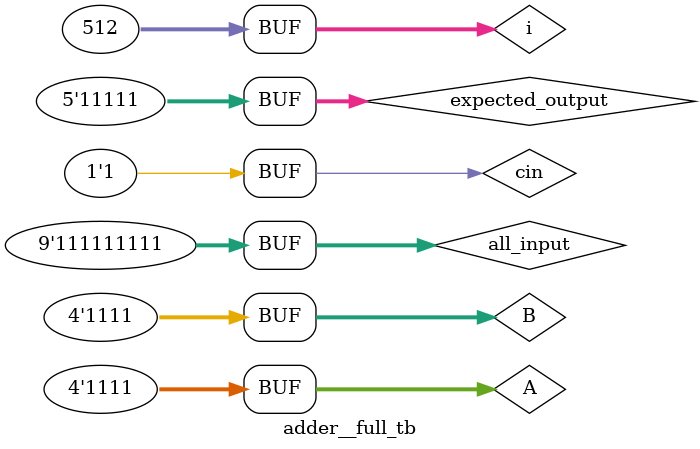
<source format=v>


module adder__full_tb;
wire [3:0] A, B;
wire cin;
wire [3:0] S0, S1;
wire cout0, cout1;
// Students: Implementation goes here
// Students: Instantiate the ?fourBitAdder_FourByOne? module
fourBitAdder_FourByOne f0(
.A(A),
.B(B),
.cin(cin),
.S(S0),
.cout(cout0));


fourBitAdder_TwoByTwo f1(
.A(A),
.B(B),
.cin(cin),
.S(S1),
.cout(cout1));

reg [8:0] all_input;
assign {A, B, cin} = all_input;

integer i;

wire [4:0] expected_output, parity_sum0, parity_sum1;
wire parity_check1, parity_check0;
assign parity_sum0 = expected_output - {cout0, S0};
assign parity_sum1 = expected_output - {cout1, S1};

assign parity_check0 = |parity_sum0;
assign parity_check1 = |parity_sum1;

assign expected_output = A + B + cin;
initial begin
for (i = 0; i < 512; i = i + 1)
begin
	all_input <= i;
	#10;
end
end
endmodule
</source>
